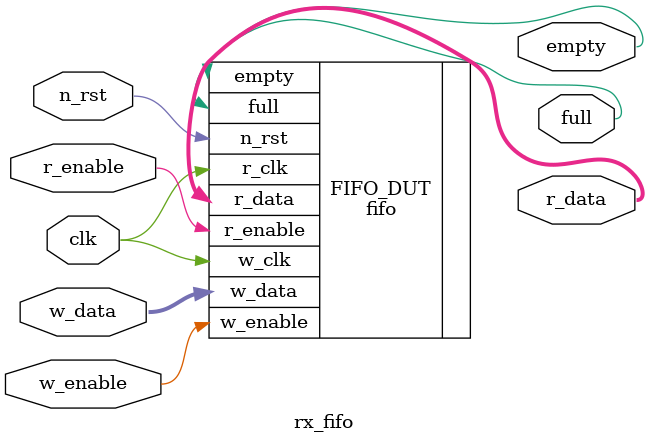
<source format=sv>

module rx_fifo
(
	input wire clk,
	input wire n_rst,
	input wire r_enable,
	input wire w_enable,
	input wire [7:0] w_data,
	output reg [7:0] r_data,
	output reg empty,
	output reg full
);

fifo FIFO_DUT (.r_clk(clk), .w_clk(clk), .n_rst(n_rst), .r_enable(r_enable), .w_enable(w_enable), .w_data(w_data), .r_data(r_data), .empty(empty),. full(full));

endmodule



</source>
